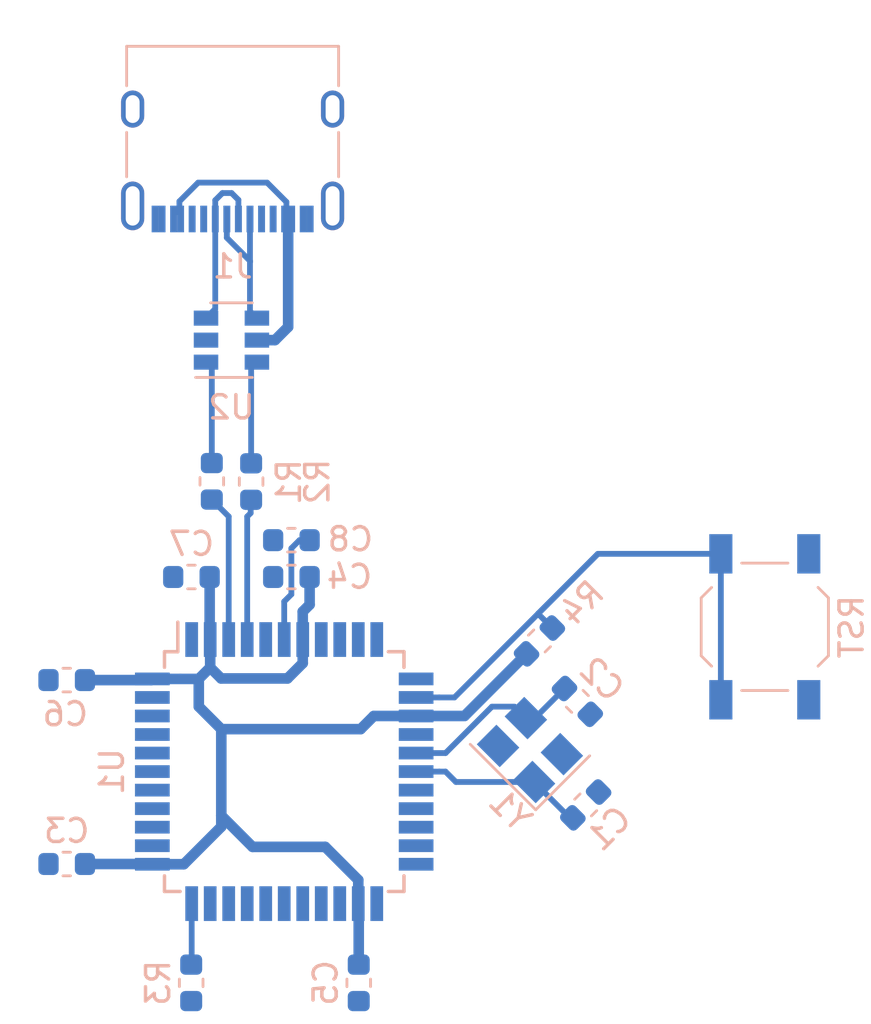
<source format=kicad_pcb>
(kicad_pcb (version 20221018) (generator pcbnew)
  (layers (0 "F.Cu" signal) (31 "B.Cu" signal) (34 "B.Paste" user) (35 "F.Paste" user) (36 "B.SilkS" user "B.Silkscreen") (37 "F.SilkS" user "F.Silkscreen") (38 "B.Mask" user) (39 "F.Mask" user) (44 "Edge.Cuts" user))
  (net 0 "")
  (net 1 "GND")
  (net 2 "VCC")
  (net 3 "mcu/XTAL1")
  (net 4 "mcu/XTAL2")
  (net 5 "mcu/UCAP")
  (net 6 "usb/D+")
  (net 7 "usb/D-")
  (net 8 "mcu/D-")
  (net 9 "mcu/D+")
  (net 10 "mcu/~{HWB}/PE2")
  (net 11 "mcu/~{RESET}")
  (net 12 "u2/D-")
  (net 13 "u2/D+")
  (footprint "Resistor_SMD:R_0603_1608Metric" (layer "B.Cu") (at 17.85 -12.28 90)
    (fp_text reference "R1" (at -0.03 3.33 90) (layer "B.SilkS") (effects (justify mirror)))
    (fp_text value "22")
    (fp_line (start -0.162779 -0.51) (end 0.162779 -0.51) (stroke (width 0.12)) (layer "B.SilkS"))
    (fp_line (start -0.162779 0.51) (end 0.162779 0.51) (stroke (width 0.12)) (layer "B.SilkS"))
    (pad "1" smd roundrect (at -0.7875 0 90) (size 0.875 0.95) (layers "B.Cu" "B.Paste" "B.Mask") (net 8 "mcu/D-"))
    (pad "2" smd roundrect (at 0.7875 0 90) (size 0.875 0.95) (layers "B.Cu" "B.Paste" "B.Mask") (net 12 "u2/D-"))
  )
  (footprint "Capacitor_SMD:C_0603_1608Metric" (layer "B.Cu") (at 33.65 -2.78 -45)
    (fp_text reference "C2" (at 0.070711 -1.414214 135) (layer "B.SilkS") (effects (justify mirror)))
    (fp_text value "22p")
    (fp_line (start -0.162779 -0.51) (end 0.162779 -0.51) (stroke (width 0.12)) (layer "B.SilkS"))
    (fp_line (start -0.162779 0.51) (end 0.162779 0.51) (stroke (width 0.12)) (layer "B.SilkS"))
    (pad "1" smd roundrect (at -0.7875 0 315) (size 0.875 0.95) (layers "B.Cu" "B.Paste" "B.Mask") (net 4 "mcu/XTAL2"))
    (pad "2" smd roundrect (at 0.7875 0 315) (size 0.875 0.95) (layers "B.Cu" "B.Paste" "B.Mask") (net 1 "GND"))
  )
  (footprint "Capacitor_SMD:C_0603_1608Metric" (layer "B.Cu") (at 24.2 9.37 -90)
    (fp_text reference "C5" (at 0 1.43 90) (layer "B.SilkS") (effects (justify mirror)))
    (fp_text value "0.1u")
    (fp_line (start -0.162779 -0.51) (end 0.162779 -0.51) (stroke (width 0.12)) (layer "B.SilkS"))
    (fp_line (start -0.162779 0.51) (end 0.162779 0.51) (stroke (width 0.12)) (layer "B.SilkS"))
    (pad "1" smd roundrect (at -0.7875 0 270) (size 0.875 0.95) (layers "B.Cu" "B.Paste" "B.Mask") (net 2 "VCC"))
    (pad "2" smd roundrect (at 0.7875 0 270) (size 0.875 0.95) (layers "B.Cu" "B.Paste" "B.Mask") (net 1 "GND"))
  )
  (footprint "Resistor_SMD:R_0603_1608Metric" (layer "B.Cu") (at 19.55 -12.27 90)
    (fp_text reference "R2" (at 0 2.86 90) (layer "B.SilkS") (effects (justify mirror)))
    (fp_text value "22")
    (fp_line (start -0.162779 -0.51) (end 0.162779 -0.51) (stroke (width 0.12)) (layer "B.SilkS"))
    (fp_line (start -0.162779 0.51) (end 0.162779 0.51) (stroke (width 0.12)) (layer "B.SilkS"))
    (pad "1" smd roundrect (at -0.7875 0 90) (size 0.875 0.95) (layers "B.Cu" "B.Paste" "B.Mask") (net 9 "mcu/D+"))
    (pad "2" smd roundrect (at 0.7875 0 90) (size 0.875 0.95) (layers "B.Cu" "B.Paste" "B.Mask") (net 13 "u2/D+"))
  )
  (footprint "Capacitor_SMD:C_0603_1608Metric" (layer "B.Cu") (at 21.29 -8.15 180)
    (fp_text reference "C4" (at -2.51 0.01) (layer "B.SilkS") (effects (justify mirror)))
    (fp_text value "0.1u")
    (fp_line (start -0.162779 -0.51) (end 0.162779 -0.51) (stroke (width 0.12)) (layer "B.SilkS"))
    (fp_line (start -0.162779 0.51) (end 0.162779 0.51) (stroke (width 0.12)) (layer "B.SilkS"))
    (pad "1" smd roundrect (at -0.7875 0 180) (size 0.875 0.95) (layers "B.Cu" "B.Paste" "B.Mask") (net 2 "VCC"))
    (pad "2" smd roundrect (at 0.7875 0 180) (size 0.875 0.95) (layers "B.Cu" "B.Paste" "B.Mask") (net 1 "GND"))
  )
  (footprint "Resistor_SMD:R_0603_1608Metric" (layer "B.Cu") (at 32.01 -5.39 -135)
    (fp_text reference "R4" (at -2.453661 -0.13435 45) (layer "B.SilkS") (effects (justify mirror)))
    (fp_text value "10k")
    (fp_line (start -0.162779 -0.51) (end 0.162779 -0.51) (stroke (width 0.12)) (layer "B.SilkS"))
    (fp_line (start -0.162779 0.51) (end 0.162779 0.51) (stroke (width 0.12)) (layer "B.SilkS"))
    (pad "1" smd roundrect (at -0.7875 0 225) (size 0.875 0.95) (layers "B.Cu" "B.Paste" "B.Mask") (net 11 "mcu/~{RESET}"))
    (pad "2" smd roundrect (at 0.7875 0 225) (size 0.875 0.95) (layers "B.Cu" "B.Paste" "B.Mask") (net 2 "VCC"))
  )
  (footprint "Capacitor_SMD:C_0603_1608Metric" (layer "B.Cu") (at 34.01 1.69 45)
    (fp_text reference "C1" (at 0 1.43 45) (layer "B.SilkS") (effects (justify mirror)))
    (fp_text value "22p")
    (fp_line (start -0.162779 -0.51) (end 0.162779 -0.51) (stroke (width 0.12)) (layer "B.SilkS"))
    (fp_line (start -0.162779 0.51) (end 0.162779 0.51) (stroke (width 0.12)) (layer "B.SilkS"))
    (pad "1" smd roundrect (at -0.7875 0 45) (size 0.875 0.95) (layers "B.Cu" "B.Paste" "B.Mask") (net 3 "mcu/XTAL1"))
    (pad "2" smd roundrect (at 0.7875 0 45) (size 0.875 0.95) (layers "B.Cu" "B.Paste" "B.Mask") (net 1 "GND"))
  )
  (footprint "Capacitor_SMD:C_0603_1608Metric" (layer "B.Cu") (at 11.58 4.24 180)
    (fp_text reference "C3" (at 0 1.43) (layer "B.SilkS") (effects (justify mirror)))
    (fp_text value "0.1u")
    (fp_line (start -0.162779 -0.51) (end 0.162779 -0.51) (stroke (width 0.12)) (layer "B.SilkS"))
    (fp_line (start -0.162779 0.51) (end 0.162779 0.51) (stroke (width 0.12)) (layer "B.SilkS"))
    (pad "1" smd roundrect (at -0.7875 0 180) (size 0.875 0.95) (layers "B.Cu" "B.Paste" "B.Mask") (net 2 "VCC"))
    (pad "2" smd roundrect (at 0.7875 0 180) (size 0.875 0.95) (layers "B.Cu" "B.Paste" "B.Mask") (net 1 "GND"))
  )
  (footprint "Capacitor_SMD:C_0603_1608Metric" (layer "B.Cu") (at 11.58 -3.7 180)
    (fp_text reference "C6" (at 0.06 -1.47) (layer "B.SilkS") (effects (justify mirror)))
    (fp_text value "0.1u")
    (fp_line (start -0.162779 -0.51) (end 0.162779 -0.51) (stroke (width 0.12)) (layer "B.SilkS"))
    (fp_line (start -0.162779 0.51) (end 0.162779 0.51) (stroke (width 0.12)) (layer "B.SilkS"))
    (pad "1" smd roundrect (at -0.7875 0 180) (size 0.875 0.95) (layers "B.Cu" "B.Paste" "B.Mask") (net 2 "VCC"))
    (pad "2" smd roundrect (at 0.7875 0 180) (size 0.875 0.95) (layers "B.Cu" "B.Paste" "B.Mask") (net 1 "GND"))
  )
  (footprint "Capacitor_SMD:C_0603_1608Metric" (layer "B.Cu") (at 21.29 -9.74 180)
    (fp_text reference "C8" (at -2.55 0.04) (layer "B.SilkS") (effects (justify mirror)))
    (fp_text value "1u")
    (fp_line (start -0.162779 -0.51) (end 0.162779 -0.51) (stroke (width 0.12)) (layer "B.SilkS"))
    (fp_line (start -0.162779 0.51) (end 0.162779 0.51) (stroke (width 0.12)) (layer "B.SilkS"))
    (pad "1" smd roundrect (at -0.7875 0 180) (size 0.875 0.95) (layers "B.Cu" "B.Paste" "B.Mask") (net 5 "mcu/UCAP"))
    (pad "2" smd roundrect (at 0.7875 0 180) (size 0.875 0.95) (layers "B.Cu" "B.Paste" "B.Mask") (net 1 "GND"))
  )
  (footprint "Resistor_SMD:R_0603_1608Metric" (layer "B.Cu") (at 16.96 9.37 -90)
    (fp_text reference "R3" (at 0 1.43 90) (layer "B.SilkS") (effects (justify mirror)))
    (fp_text value "10k")
    (fp_line (start -0.162779 -0.51) (end 0.162779 -0.51) (stroke (width 0.12)) (layer "B.SilkS"))
    (fp_line (start -0.162779 0.51) (end 0.162779 0.51) (stroke (width 0.12)) (layer "B.SilkS"))
    (pad "1" smd roundrect (at -0.7875 0 270) (size 0.875 0.95) (layers "B.Cu" "B.Paste" "B.Mask") (net 10 "mcu/~{HWB}/PE2"))
    (pad "2" smd roundrect (at 0.7875 0 270) (size 0.875 0.95) (layers "B.Cu" "B.Paste" "B.Mask") (net 1 "GND"))
  )
  (footprint "Capacitor_SMD:C_0603_1608Metric" (layer "B.Cu") (at 16.97 -8.15 180)
    (fp_text reference "C7" (at 0 1.43) (layer "B.SilkS") (effects (justify mirror)))
    (fp_text value "4.7u")
    (fp_line (start -0.162779 -0.51) (end 0.162779 -0.51) (stroke (width 0.12)) (layer "B.SilkS"))
    (fp_line (start -0.162779 0.51) (end 0.162779 0.51) (stroke (width 0.12)) (layer "B.SilkS"))
    (pad "1" smd roundrect (at -0.7875 0 180) (size 0.875 0.95) (layers "B.Cu" "B.Paste" "B.Mask") (net 2 "VCC"))
    (pad "2" smd roundrect (at 0.7875 0 180) (size 0.875 0.95) (layers "B.Cu" "B.Paste" "B.Mask") (net 1 "GND"))
  )
  (footprint "Crystal:Crystal_SMD_3225-4Pin_3.2x2.5mm" (layer "B.Cu") (at 31.6 -0.68 135)
    (fp_text reference "Y1" (at -1.230366 -2.446589 135) (layer "B.SilkS") (effects (justify mirror)))
    (fp_text value "Crystal_GND24")
    (fp_line (start -2 -1.65) (end 2 -1.65) (stroke (width 0.12)) (layer "B.SilkS"))
    (fp_line (start -2 1.65) (end -2 -1.65) (stroke (width 0.12)) (layer "B.SilkS"))
    (pad "1" smd rect (at -1.1 -0.85 135) (size 1.4 1.2) (layers "B.Cu" "B.Paste" "B.Mask") (net 3 "mcu/XTAL1"))
    (pad "2" smd rect (at 1.1 -0.85 135) (size 1.4 1.2) (layers "B.Cu" "B.Paste" "B.Mask") (net 1 "GND"))
    (pad "3" smd rect (at 1.1 0.85 135) (size 1.4 1.2) (layers "B.Cu" "B.Paste" "B.Mask") (net 4 "mcu/XTAL2"))
    (pad "4" smd rect (at -1.1 0.85 135) (size 1.4 1.2) (layers "B.Cu" "B.Paste" "B.Mask") (net 1 "GND"))
  )
  (footprint "Button_Switch_SMD:SW_SPST_TL3342" (layer "B.Cu") (at 41.75 -6 90)
    (fp_text reference "RST" (at 0 3.75 90) (layer "B.SilkS") (effects (justify mirror)))
    (fp_text value "SW_SPST")
    (fp_line (start -2.75 1) (end -2.75 -1) (stroke (width 0.12)) (layer "B.SilkS"))
    (fp_line (start -1.7 -2.3) (end -1.25 -2.75) (stroke (width 0.12)) (layer "B.SilkS"))
    (fp_line (start -1.7 2.3) (end -1.25 2.75) (stroke (width 0.12)) (layer "B.SilkS"))
    (fp_line (start -1.25 -2.75) (end 1.25 -2.75) (stroke (width 0.12)) (layer "B.SilkS"))
    (fp_line (start -1.25 2.75) (end 1.25 2.75) (stroke (width 0.12)) (layer "B.SilkS"))
    (fp_line (start 1.7 -2.3) (end 1.25 -2.75) (stroke (width 0.12)) (layer "B.SilkS"))
    (fp_line (start 1.7 2.3) (end 1.25 2.75) (stroke (width 0.12)) (layer "B.SilkS"))
    (fp_line (start 2.75 1) (end 2.75 -1) (stroke (width 0.12)) (layer "B.SilkS"))
    (pad "1" smd rect (at -3.15 1.9 90) (size 1.7 1) (layers "B.Cu" "B.Paste" "B.Mask") (net 1 "GND"))
    (pad "1" smd rect (at 3.15 1.9 90) (size 1.7 1) (layers "B.Cu" "B.Paste" "B.Mask") (net 1 "GND"))
    (pad "2" smd rect (at -3.15 -1.9 90) (size 1.7 1) (layers "B.Cu" "B.Paste" "B.Mask") (net 11 "mcu/~{RESET}"))
    (pad "2" smd rect (at 3.15 -1.9 90) (size 1.7 1) (layers "B.Cu" "B.Paste" "B.Mask") (net 11 "mcu/~{RESET}"))
  )
  (footprint "Connector_USB:USB_C_Receptacle_XKB_U262-16XN-4BVC11" (layer "B.Cu") (at 18.75 -27.275)
    (fp_text reference "J1" (at 0 5.715) (layer "B.SilkS") (effects (justify mirror)))
    (fp_text value "USB_C_Receptacle_USB2.0")
    (fp_line (start -4.58 -3.785) (end -4.58 -2.08) (stroke (width 0.12)) (layer "B.SilkS"))
    (fp_line (start -4.58 1.85) (end -4.58 -0.07) (stroke (width 0.12)) (layer "B.SilkS"))
    (fp_line (start 4.58 -3.785) (end -4.58 -3.785) (stroke (width 0.12)) (layer "B.SilkS"))
    (fp_line (start 4.58 -2.08) (end 4.58 -3.785) (stroke (width 0.12)) (layer "B.SilkS"))
    (fp_line (start 4.58 -0.07) (end 4.58 1.85) (stroke (width 0.12)) (layer "B.SilkS"))
    (pad "" np_thru_hole circle (at -2.89 2.605) (size 0.65 0.65) (drill 0.65) (layers "*.Cu" "*.Mask"))
    (pad "" np_thru_hole circle (at 2.89 2.605) (size 0.65 0.65) (drill 0.65) (layers "*.Cu" "*.Mask"))
    (pad "A1" smd rect (at -3.35 3.67) (size 0.3 1.15) (layers "B.Cu" "B.Paste" "B.Mask") (net 1 "GND"))
    (pad "A4" smd rect (at -2.55 3.67) (size 0.3 1.15) (layers "B.Cu" "B.Paste" "B.Mask") (net 2 "VCC"))
    (pad "A5" smd rect (at -1.25 3.67) (size 0.3 1.15) (layers "B.Cu" "B.Paste" "B.Mask"))
    (pad "A6" smd rect (at -0.25 3.67) (size 0.3 1.15) (layers "B.Cu" "B.Paste" "B.Mask") (net 6 "usb/D+"))
    (pad "A7" smd rect (at 0.25 3.67) (size 0.3 1.15) (layers "B.Cu" "B.Paste" "B.Mask") (net 7 "usb/D-"))
    (pad "A8" smd rect (at 1.25 3.67) (size 0.3 1.15) (layers "B.Cu" "B.Paste" "B.Mask"))
    (pad "A9" smd rect (at 2.55 3.67) (size 0.3 1.15) (layers "B.Cu" "B.Paste" "B.Mask") (net 2 "VCC"))
    (pad "A12" smd rect (at 3.35 3.67) (size 0.3 1.15) (layers "B.Cu" "B.Paste" "B.Mask") (net 1 "GND"))
    (pad "B1" smd rect (at 3.05 3.67) (size 0.3 1.15) (layers "B.Cu" "B.Paste" "B.Mask") (net 1 "GND"))
    (pad "B4" smd rect (at 2.25 3.67) (size 0.3 1.15) (layers "B.Cu" "B.Paste" "B.Mask") (net 2 "VCC"))
    (pad "B5" smd rect (at 1.75 3.67) (size 0.3 1.15) (layers "B.Cu" "B.Paste" "B.Mask"))
    (pad "B6" smd rect (at 0.75 3.67) (size 0.3 1.15) (layers "B.Cu" "B.Paste" "B.Mask") (net 6 "usb/D+"))
    (pad "B7" smd rect (at -0.75 3.67) (size 0.3 1.15) (layers "B.Cu" "B.Paste" "B.Mask") (net 7 "usb/D-"))
    (pad "B8" smd rect (at -1.75 3.67) (size 0.3 1.15) (layers "B.Cu" "B.Paste" "B.Mask"))
    (pad "B9" smd rect (at -2.25 3.67) (size 0.3 1.15) (layers "B.Cu" "B.Paste" "B.Mask") (net 2 "VCC"))
    (pad "B12" smd rect (at -3.05 3.67) (size 0.3 1.15) (layers "B.Cu" "B.Paste" "B.Mask") (net 1 "GND"))
    (pad "S1" thru_hole oval (at -4.32 -1.075) (size 1 1.6) (drill oval 0.6 1.2) (layers "*.Cu" "*.Mask") (net 1 "GND"))
    (pad "S1" thru_hole oval (at -4.32 3.105) (size 1 2.1) (drill oval 0.6 1.7) (layers "*.Cu" "*.Mask") (net 1 "GND"))
    (pad "S1" thru_hole oval (at 4.32 -1.075) (size 1 1.6) (drill oval 0.6 1.2) (layers "*.Cu" "*.Mask") (net 1 "GND"))
    (pad "S1" thru_hole oval (at 4.32 3.105) (size 1 2.1) (drill oval 0.6 1.7) (layers "*.Cu" "*.Mask") (net 1 "GND"))
  )
  (footprint "Package_QFP:TQFP-44_10x10mm_P0.8mm" (layer "B.Cu") (at 20.98 0.25 -90)
    (fp_text reference "U1" (at 0 7.45 90) (layer "B.SilkS") (effects (justify mirror)))
    (fp_text value "ATmega16U4-AU")
    (fp_line (start -5.175 -5.175) (end -5.175 -4.5) (stroke (width 0.15)) (layer "B.SilkS"))
    (fp_line (start -5.175 -5.175) (end -4.5 -5.175) (stroke (width 0.15)) (layer "B.SilkS"))
    (fp_line (start -5.175 4.6) (end -6.45 4.6) (stroke (width 0.15)) (layer "B.SilkS"))
    (fp_line (start -5.175 5.175) (end -5.175 4.6) (stroke (width 0.15)) (layer "B.SilkS"))
    (fp_line (start -5.175 5.175) (end -4.5 5.175) (stroke (width 0.15)) (layer "B.SilkS"))
    (fp_line (start 5.175 -5.175) (end 4.5 -5.175) (stroke (width 0.15)) (layer "B.SilkS"))
    (fp_line (start 5.175 -5.175) (end 5.175 -4.5) (stroke (width 0.15)) (layer "B.SilkS"))
    (fp_line (start 5.175 5.175) (end 4.5 5.175) (stroke (width 0.15)) (layer "B.SilkS"))
    (fp_line (start 5.175 5.175) (end 5.175 4.5) (stroke (width 0.15)) (layer "B.SilkS"))
    (pad "1" smd rect (at -5.7 4 270) (size 1.5 0.55) (layers "B.Cu" "B.Paste" "B.Mask"))
    (pad "2" smd rect (at -5.7 3.2 270) (size 1.5 0.55) (layers "B.Cu" "B.Paste" "B.Mask") (net 2 "VCC"))
    (pad "3" smd rect (at -5.7 2.4 270) (size 1.5 0.55) (layers "B.Cu" "B.Paste" "B.Mask") (net 8 "mcu/D-"))
    (pad "4" smd rect (at -5.7 1.6 270) (size 1.5 0.55) (layers "B.Cu" "B.Paste" "B.Mask") (net 9 "mcu/D+"))
    (pad "5" smd rect (at -5.7 0.8 270) (size 1.5 0.55) (layers "B.Cu" "B.Paste" "B.Mask") (net 1 "GND"))
    (pad "6" smd rect (at -5.7 0 270) (size 1.5 0.55) (layers "B.Cu" "B.Paste" "B.Mask") (net 5 "mcu/UCAP"))
    (pad "7" smd rect (at -5.7 -0.8 270) (size 1.5 0.55) (layers "B.Cu" "B.Paste" "B.Mask"))
    (pad "8" smd rect (at -5.7 -1.6 270) (size 1.5 0.55) (layers "B.Cu" "B.Paste" "B.Mask"))
    (pad "9" smd rect (at -5.7 -2.4 270) (size 1.5 0.55) (layers "B.Cu" "B.Paste" "B.Mask"))
    (pad "10" smd rect (at -5.7 -3.2 270) (size 1.5 0.55) (layers "B.Cu" "B.Paste" "B.Mask"))
    (pad "11" smd rect (at -5.7 -4 270) (size 1.5 0.55) (layers "B.Cu" "B.Paste" "B.Mask"))
    (pad "12" smd rect (at -4 -5.7 180) (size 1.5 0.55) (layers "B.Cu" "B.Paste" "B.Mask"))
    (pad "13" smd rect (at -3.2 -5.7 180) (size 1.5 0.55) (layers "B.Cu" "B.Paste" "B.Mask") (net 11 "mcu/~{RESET}"))
    (pad "14" smd rect (at -2.4 -5.7 180) (size 1.5 0.55) (layers "B.Cu" "B.Paste" "B.Mask") (net 2 "VCC"))
    (pad "15" smd rect (at -1.6 -5.7 180) (size 1.5 0.55) (layers "B.Cu" "B.Paste" "B.Mask") (net 1 "GND"))
    (pad "16" smd rect (at -0.8 -5.7 180) (size 1.5 0.55) (layers "B.Cu" "B.Paste" "B.Mask") (net 4 "mcu/XTAL2"))
    (pad "17" smd rect (at 0 -5.7 180) (size 1.5 0.55) (layers "B.Cu" "B.Paste" "B.Mask") (net 3 "mcu/XTAL1"))
    (pad "18" smd rect (at 0.8 -5.7 180) (size 1.5 0.55) (layers "B.Cu" "B.Paste" "B.Mask"))
    (pad "19" smd rect (at 1.6 -5.7 180) (size 1.5 0.55) (layers "B.Cu" "B.Paste" "B.Mask"))
    (pad "20" smd rect (at 2.4 -5.7 180) (size 1.5 0.55) (layers "B.Cu" "B.Paste" "B.Mask"))
    (pad "21" smd rect (at 3.2 -5.7 180) (size 1.5 0.55) (layers "B.Cu" "B.Paste" "B.Mask"))
    (pad "22" smd rect (at 4 -5.7 180) (size 1.5 0.55) (layers "B.Cu" "B.Paste" "B.Mask"))
    (pad "23" smd rect (at 5.7 -4 270) (size 1.5 0.55) (layers "B.Cu" "B.Paste" "B.Mask") (net 1 "GND"))
    (pad "24" smd rect (at 5.7 -3.2 270) (size 1.5 0.55) (layers "B.Cu" "B.Paste" "B.Mask") (net 2 "VCC"))
    (pad "25" smd rect (at 5.7 -2.4 270) (size 1.5 0.55) (layers "B.Cu" "B.Paste" "B.Mask"))
    (pad "26" smd rect (at 5.7 -1.6 270) (size 1.5 0.55) (layers "B.Cu" "B.Paste" "B.Mask"))
    (pad "27" smd rect (at 5.7 -0.8 270) (size 1.5 0.55) (layers "B.Cu" "B.Paste" "B.Mask"))
    (pad "28" smd rect (at 5.7 0 270) (size 1.5 0.55) (layers "B.Cu" "B.Paste" "B.Mask"))
    (pad "29" smd rect (at 5.7 0.8 270) (size 1.5 0.55) (layers "B.Cu" "B.Paste" "B.Mask"))
    (pad "30" smd rect (at 5.7 1.6 270) (size 1.5 0.55) (layers "B.Cu" "B.Paste" "B.Mask"))
    (pad "31" smd rect (at 5.7 2.4 270) (size 1.5 0.55) (layers "B.Cu" "B.Paste" "B.Mask"))
    (pad "32" smd rect (at 5.7 3.2 270) (size 1.5 0.55) (layers "B.Cu" "B.Paste" "B.Mask"))
    (pad "33" smd rect (at 5.7 4 270) (size 1.5 0.55) (layers "B.Cu" "B.Paste" "B.Mask") (net 10 "mcu/~{HWB}/PE2"))
    (pad "34" smd rect (at 4 5.7 180) (size 1.5 0.55) (layers "B.Cu" "B.Paste" "B.Mask") (net 2 "VCC"))
    (pad "35" smd rect (at 3.2 5.7 180) (size 1.5 0.55) (layers "B.Cu" "B.Paste" "B.Mask") (net 1 "GND"))
    (pad "36" smd rect (at 2.4 5.7 180) (size 1.5 0.55) (layers "B.Cu" "B.Paste" "B.Mask"))
    (pad "37" smd rect (at 1.6 5.7 180) (size 1.5 0.55) (layers "B.Cu" "B.Paste" "B.Mask"))
    (pad "38" smd rect (at 0.8 5.7 180) (size 1.5 0.55) (layers "B.Cu" "B.Paste" "B.Mask"))
    (pad "39" smd rect (at 0 5.7 180) (size 1.5 0.55) (layers "B.Cu" "B.Paste" "B.Mask"))
    (pad "40" smd rect (at -0.8 5.7 180) (size 1.5 0.55) (layers "B.Cu" "B.Paste" "B.Mask"))
    (pad "41" smd rect (at -1.6 5.7 180) (size 1.5 0.55) (layers "B.Cu" "B.Paste" "B.Mask"))
    (pad "42" smd rect (at -2.4 5.7 180) (size 1.5 0.55) (layers "B.Cu" "B.Paste" "B.Mask"))
    (pad "43" smd rect (at -3.2 5.7 180) (size 1.5 0.55) (layers "B.Cu" "B.Paste" "B.Mask") (net 1 "GND"))
    (pad "44" smd rect (at -4 5.7 180) (size 1.5 0.55) (layers "B.Cu" "B.Paste" "B.Mask") (net 2 "VCC"))
  )
  (footprint "Package_TO_SOT_SMD:SOT-23-6" (layer "B.Cu") (at 18.7 -18.375)
    (fp_text reference "U2" (at 0 2.9) (layer "B.SilkS") (effects (justify mirror)))
    (fp_text value "TPD2S017")
    (fp_line (start -0.9 -1.61) (end 0.9 -1.61) (stroke (width 0.12)) (layer "B.SilkS"))
    (fp_line (start 0.9 1.61) (end -1.55 1.61) (stroke (width 0.12)) (layer "B.SilkS"))
    (pad "1" smd rect (at -1.1 0.95) (size 1.06 0.65) (layers "B.Cu" "B.Paste" "B.Mask") (net 12 "u2/D-"))
    (pad "2" smd rect (at -1.1 0) (size 1.06 0.65) (layers "B.Cu" "B.Paste" "B.Mask") (net 1 "GND"))
    (pad "3" smd rect (at -1.1 -0.95) (size 1.06 0.65) (layers "B.Cu" "B.Paste" "B.Mask") (net 7 "usb/D-"))
    (pad "4" smd rect (at 1.1 -0.95) (size 1.06 0.65) (layers "B.Cu" "B.Paste" "B.Mask") (net 6 "usb/D+"))
    (pad "5" smd rect (at 1.1 0) (size 1.06 0.65) (layers "B.Cu" "B.Paste" "B.Mask") (net 2 "VCC"))
    (pad "6" smd rect (at 1.1 0.95) (size 1.06 0.65) (layers "B.Cu" "B.Paste" "B.Mask") (net 13 "u2/D+"))
  )
  (segment (start 24.2 8.5825) (end 24.2 5.97) (width 0.4572) (layer "B.Cu") (net 2))
  (segment (start 12.3675 4.24) (end 15.27 4.24) (width 0.4572) (layer "B.Cu") (net 2))
  (segment (start 17.7575 -8.15) (end 17.7575 -5.4725) (width 0.4572) (layer "B.Cu") (net 2))
  (segment (start 16.4872 -3.75) (end 15.28 -3.75) (width 0.4572) (layer "B.Cu") (net 2))
  (segment (start 17.2872 -3.75) (end 16.4872 -3.75) (width 0.4572) (layer "B.Cu") (net 2))
  (segment (start 17.78 -4.2428) (end 17.2872 -3.75) (width 0.4572) (layer "B.Cu") (net 2))
  (segment (start 17.78 -5.45) (end 17.78 -4.2428) (width 0.4572) (layer "B.Cu") (net 2))
  (segment (start 21.121482 -3.77) (end 21.78 -4.428518) (width 0.4572) (layer "B.Cu") (net 2))
  (segment (start 17.78 -4.2428) (end 18.2528 -3.77) (width 0.4572) (layer "B.Cu") (net 2))
  (segment (start 21.78 -4.428518) (end 21.78 -5.45) (width 0.4572) (layer "B.Cu") (net 2))
  (segment (start 18.2528 -3.77) (end 21.121482 -3.77) (width 0.4572) (layer "B.Cu") (net 2))
  (segment (start 17.2872 -2.55647) (end 17.2872 -3.75) (width 0.4572) (layer "B.Cu") (net 2))
  (segment (start 18.26 -1.58367) (end 17.2872 -2.55647) (width 0.4572) (layer "B.Cu") (net 2))
  (segment (start 18.26 2.15) (end 18.26 -1.58367) (width 0.4572) (layer "B.Cu") (net 2))
  (segment (start 24.18 4.928518) (end 24.18 5.95) (width 0.4572) (layer "B.Cu") (net 2))
  (segment (start 18.26 2.15) (end 19.61 3.5) (width 0.4572) (layer "B.Cu") (net 2))
  (segment (start 22.751482 3.5) (end 24.18 4.928518) (width 0.4572) (layer "B.Cu") (net 2))
  (segment (start 19.61 3.5) (end 22.751482 3.5) (width 0.4572) (layer "B.Cu") (net 2))
  (segment (start 18.26 2.63) (end 18.26 2.15) (width 0.4572) (layer "B.Cu") (net 2))
  (segment (start 15.28 4.25) (end 16.64 4.25) (width 0.4572) (layer "B.Cu") (net 2))
  (segment (start 16.64 4.25) (end 18.26 2.63) (width 0.4572) (layer "B.Cu") (net 2))
  (segment (start 12.3675 -3.7) (end 15.23 -3.7) (width 0.4572) (layer "B.Cu") (net 2))
  (segment (start 15.23 -3.7) (end 15.28 -3.75) (width 0.4572) (layer "B.Cu") (net 2))
  (segment (start 26.68 -2.15) (end 24.85 -2.15) (width 0.4572) (layer "B.Cu") (net 2))
  (segment (start 24.28367 -1.58367) (end 18.26 -1.58367) (width 0.4572) (layer "B.Cu") (net 2))
  (segment (start 24.85 -2.15) (end 24.28367 -1.58367) (width 0.4572) (layer "B.Cu") (net 2))
  (segment (start 20.58 -18.375) (end 21.15 -18.945) (width 0.4572) (layer "B.Cu") (net 2))
  (segment (start 16.45 -23.855) (end 16.45 -24.365002) (width 0.25) (layer "B.Cu") (net 2))
  (segment (start 22.0775 -6.9547) (end 21.78 -6.6572) (width 0.4572) (layer "B.Cu") (net 2))
  (segment (start 19.8 -18.375) (end 20.58 -18.375) (width 0.4572) (layer "B.Cu") (net 2))
  (segment (start 16.45 -24.365002) (end 17.260007 -25.175009) (width 0.25) (layer "B.Cu") (net 2))
  (segment (start 26.68 -2.15) (end 28.77 -2.15) (width 0.4572) (layer "B.Cu") (net 2))
  (segment (start 28.77 -2.15) (end 31.453153 -4.833153) (width 0.4572) (layer "B.Cu") (net 2))
  (segment (start 21.075 -24.340002) (end 21.075 -23.68) (width 0.25) (layer "B.Cu") (net 2))
  (segment (start 22.0775 -8.15) (end 22.0775 -6.9547) (width 0.4572) (layer "B.Cu") (net 2))
  (segment (start 21.78 -6.6572) (end 21.78 -5.45) (width 0.4572) (layer "B.Cu") (net 2))
  (segment (start 17.260007 -25.175009) (end 20.239993 -25.175009) (width 0.25) (layer "B.Cu") (net 2))
  (segment (start 20.239993 -25.175009) (end 21.075 -24.340002) (width 0.25) (layer "B.Cu") (net 2))
  (segment (start 21.15 -18.945) (end 21.15 -23.533601) (width 0.4572) (layer "B.Cu") (net 2))
  (segment (start 33.324766 2.246847) (end 31.776777 0.698858) (width 0.25) (layer "B.Cu") (net 3))
  (segment (start 28.398858 0.698858) (end 27.95 0.25) (width 0.25) (layer "B.Cu") (net 3))
  (segment (start 27.95 0.25) (end 27.68 0.25) (width 0.25) (layer "B.Cu") (net 3))
  (segment (start 31.776777 0.698858) (end 28.398858 0.698858) (width 0.25) (layer "B.Cu") (net 3))
  (segment (start 27.68 0.25) (end 26.68 0.25) (width 0.25) (layer "B.Cu") (net 3))
  (segment (start 31.815164 -2.058858) (end 33.093153 -3.336847) (width 0.25) (layer "B.Cu") (net 4))
  (segment (start 29.956757 -2.553833) (end 27.952924 -0.55) (width 0.25) (layer "B.Cu") (net 4))
  (segment (start 27.952924 -0.55) (end 26.68 -0.55) (width 0.25) (layer "B.Cu") (net 4))
  (segment (start 31.423223 -2.058858) (end 30.928248 -2.553833) (width 0.25) (layer "B.Cu") (net 4))
  (segment (start 30.928248 -2.553833) (end 29.956757 -2.553833) (width 0.25) (layer "B.Cu") (net 4))
  (segment (start 21.29 -9.39) (end 21.64 -9.74) (width 0.25) (layer "B.Cu") (net 5))
  (segment (start 20.98 -7.0925) (end 21.29 -7.4025) (width 0.25) (layer "B.Cu") (net 5))
  (segment (start 20.98 -5.45) (end 20.98 -7.0925) (width 0.25) (layer "B.Cu") (net 5))
  (segment (start 21.29 -7.4025) (end 21.29 -9.39) (width 0.25) (layer "B.Cu") (net 5))
  (segment (start 21.64 -9.74) (end 22.0775 -9.74) (width 0.25) (layer "B.Cu") (net 5))
  (segment (start 19.5 -21.75) (end 19.5 -19.625) (width 0.25) (layer "B.Cu") (net 6))
  (segment (start 19.5 -23.605) (end 19.5 -21.75) (width 0.25) (layer "B.Cu") (net 6))
  (segment (start 19.5 -19.625) (end 19.8 -19.325) (width 0.25) (layer "B.Cu") (net 6))
  (segment (start 19.5 -21.794998) (end 19.5 -21.75) (width 0.25) (layer "B.Cu") (net 6))
  (segment (start 18.5 -22.794998) (end 19.5 -21.794998) (width 0.25) (layer "B.Cu") (net 6))
  (segment (start 18.5 -23.605) (end 18.5 -22.794998) (width 0.25) (layer "B.Cu") (net 6))
  (segment (start 18 -24.415002) (end 18 -23.605) (width 0.25) (layer "B.Cu") (net 7))
  (segment (start 18 -23.605) (end 18 -19.725) (width 0.25) (layer "B.Cu") (net 7))
  (segment (start 19 -23.605) (end 19 -24.43) (width 0.25) (layer "B.Cu") (net 7))
  (segment (start 18.705 -24.725) (end 18.309998 -24.725) (width 0.25) (layer "B.Cu") (net 7))
  (segment (start 18 -19.725) (end 17.6 -19.325) (width 0.25) (layer "B.Cu") (net 7))
  (segment (start 19 -24.43) (end 18.705 -24.725) (width 0.25) (layer "B.Cu") (net 7))
  (segment (start 18.309998 -24.725) (end 18 -24.415002) (width 0.25) (layer "B.Cu") (net 7))
  (segment (start 17.85 -11.4925) (end 18.58 -10.7625) (width 0.25) (layer "B.Cu") (net 8))
  (segment (start 18.58 -10.7625) (end 18.58 -5.45) (width 0.25) (layer "B.Cu") (net 8))
  (segment (start 19.38 -10.76) (end 19.53 -10.91) (width 0.25) (layer "B.Cu") (net 9))
  (segment (start 19.38 -5.45) (end 19.38 -10.76) (width 0.25) (layer "B.Cu") (net 9))
  (segment (start 19.53 -10.91) (end 19.53 -11.4625) (width 0.25) (layer "B.Cu") (net 9))
  (segment (start 16.98 5.95) (end 16.98 8.5625) (width 0.25) (layer "B.Cu") (net 10))
  (segment (start 31.963 -6.550694) (end 32.566847 -5.946847) (width 0.25) (layer "B.Cu") (net 11))
  (segment (start 31.963 -6.577) (end 31.963 -6.550694) (width 0.25) (layer "B.Cu") (net 11))
  (segment (start 34.526 -9.14) (end 31.963 -6.577) (width 0.25) (layer "B.Cu") (net 11))
  (segment (start 34.536 -9.15) (end 31.963 -6.577) (width 0.25) (layer "B.Cu") (net 11))
  (segment (start 39.85 -9.15) (end 34.536 -9.15) (width 0.25) (layer "B.Cu") (net 11))
  (segment (start 39.85 -9.15) (end 39.85 -2.85) (width 0.25) (layer "B.Cu") (net 11))
  (segment (start 27.68 -2.95) (end 26.68 -2.95) (width 0.25) (layer "B.Cu") (net 11))
  (segment (start 31.963 -6.577) (end 28.336 -2.95) (width 0.25) (layer "B.Cu") (net 11))
  (segment (start 28.336 -2.95) (end 27.68 -2.95) (width 0.25) (layer "B.Cu") (net 11))
  (segment (start 17.6 -17.425) (end 17.85 -17.175) (width 0.25) (layer "B.Cu") (net 12))
  (segment (start 17.85 -17.175) (end 17.85 -13.0675) (width 0.25) (layer "B.Cu") (net 12))
  (segment (start 19.55 -17.175) (end 19.55 -13.0575) (width 0.25) (layer "B.Cu") (net 13))
  (segment (start 19.8 -17.425) (end 19.55 -17.175) (width 0.25) (layer "B.Cu") (net 13))
)
</source>
